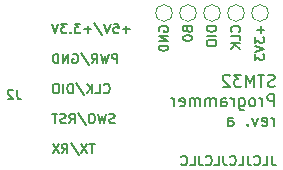
<source format=gbr>
%TF.GenerationSoftware,KiCad,Pcbnew,5.1.9+dfsg1-1*%
%TF.CreationDate,2021-07-11T15:28:01+08:00*%
%TF.ProjectId,stlink,73746c69-6e6b-42e6-9b69-6361645f7063,a*%
%TF.SameCoordinates,Original*%
%TF.FileFunction,Legend,Bot*%
%TF.FilePolarity,Positive*%
%FSLAX46Y46*%
G04 Gerber Fmt 4.6, Leading zero omitted, Abs format (unit mm)*
G04 Created by KiCad (PCBNEW 5.1.9+dfsg1-1) date 2021-07-11 15:28:01*
%MOMM*%
%LPD*%
G01*
G04 APERTURE LIST*
%ADD10C,0.150000*%
%ADD11C,0.120000*%
G04 APERTURE END LIST*
D10*
X122536000Y-85035023D02*
X122497904Y-84958833D01*
X122497904Y-84844547D01*
X122536000Y-84730261D01*
X122612190Y-84654071D01*
X122688380Y-84615976D01*
X122840761Y-84577880D01*
X122955047Y-84577880D01*
X123107428Y-84615976D01*
X123183619Y-84654071D01*
X123259809Y-84730261D01*
X123297904Y-84844547D01*
X123297904Y-84920738D01*
X123259809Y-85035023D01*
X123221714Y-85073119D01*
X122955047Y-85073119D01*
X122955047Y-84920738D01*
X123297904Y-85415976D02*
X122497904Y-85415976D01*
X123297904Y-85873119D01*
X122497904Y-85873119D01*
X123297904Y-86254071D02*
X122497904Y-86254071D01*
X122497904Y-86444547D01*
X122536000Y-86558833D01*
X122612190Y-86635023D01*
X122688380Y-86673119D01*
X122840761Y-86711214D01*
X122955047Y-86711214D01*
X123107428Y-86673119D01*
X123183619Y-86635023D01*
X123259809Y-86558833D01*
X123297904Y-86444547D01*
X123297904Y-86254071D01*
X124910857Y-84882642D02*
X124948952Y-84996928D01*
X124987047Y-85035023D01*
X125063238Y-85073119D01*
X125177523Y-85073119D01*
X125253714Y-85035023D01*
X125291809Y-84996928D01*
X125329904Y-84920738D01*
X125329904Y-84615976D01*
X124529904Y-84615976D01*
X124529904Y-84882642D01*
X124568000Y-84958833D01*
X124606095Y-84996928D01*
X124682285Y-85035023D01*
X124758476Y-85035023D01*
X124834666Y-84996928D01*
X124872761Y-84958833D01*
X124910857Y-84882642D01*
X124910857Y-84615976D01*
X124529904Y-85568357D02*
X124529904Y-85644547D01*
X124568000Y-85720738D01*
X124606095Y-85758833D01*
X124682285Y-85796928D01*
X124834666Y-85835023D01*
X125025142Y-85835023D01*
X125177523Y-85796928D01*
X125253714Y-85758833D01*
X125291809Y-85720738D01*
X125329904Y-85644547D01*
X125329904Y-85568357D01*
X125291809Y-85492166D01*
X125253714Y-85454071D01*
X125177523Y-85415976D01*
X125025142Y-85377880D01*
X124834666Y-85377880D01*
X124682285Y-85415976D01*
X124606095Y-85454071D01*
X124568000Y-85492166D01*
X124529904Y-85568357D01*
X127361904Y-84615976D02*
X126561904Y-84615976D01*
X126561904Y-84806452D01*
X126600000Y-84920738D01*
X126676190Y-84996928D01*
X126752380Y-85035023D01*
X126904761Y-85073119D01*
X127019047Y-85073119D01*
X127171428Y-85035023D01*
X127247619Y-84996928D01*
X127323809Y-84920738D01*
X127361904Y-84806452D01*
X127361904Y-84615976D01*
X127361904Y-85415976D02*
X126561904Y-85415976D01*
X126561904Y-85949309D02*
X126561904Y-86101690D01*
X126600000Y-86177880D01*
X126676190Y-86254071D01*
X126828571Y-86292166D01*
X127095238Y-86292166D01*
X127247619Y-86254071D01*
X127323809Y-86177880D01*
X127361904Y-86101690D01*
X127361904Y-85949309D01*
X127323809Y-85873119D01*
X127247619Y-85796928D01*
X127095238Y-85758833D01*
X126828571Y-85758833D01*
X126676190Y-85796928D01*
X126600000Y-85873119D01*
X126561904Y-85949309D01*
X129317714Y-85073119D02*
X129355809Y-85035023D01*
X129393904Y-84920738D01*
X129393904Y-84844547D01*
X129355809Y-84730261D01*
X129279619Y-84654071D01*
X129203428Y-84615976D01*
X129051047Y-84577880D01*
X128936761Y-84577880D01*
X128784380Y-84615976D01*
X128708190Y-84654071D01*
X128632000Y-84730261D01*
X128593904Y-84844547D01*
X128593904Y-84920738D01*
X128632000Y-85035023D01*
X128670095Y-85073119D01*
X129393904Y-85796928D02*
X129393904Y-85415976D01*
X128593904Y-85415976D01*
X129393904Y-86063595D02*
X128593904Y-86063595D01*
X129393904Y-86520738D02*
X128936761Y-86177880D01*
X128593904Y-86520738D02*
X129051047Y-86063595D01*
X131121142Y-84615976D02*
X131121142Y-85225500D01*
X131425904Y-84920738D02*
X130816380Y-84920738D01*
X130625904Y-85530261D02*
X130625904Y-86025500D01*
X130930666Y-85758833D01*
X130930666Y-85873119D01*
X130968761Y-85949309D01*
X131006857Y-85987404D01*
X131083047Y-86025500D01*
X131273523Y-86025500D01*
X131349714Y-85987404D01*
X131387809Y-85949309D01*
X131425904Y-85873119D01*
X131425904Y-85644547D01*
X131387809Y-85568357D01*
X131349714Y-85530261D01*
X130625904Y-86254071D02*
X131425904Y-86520738D01*
X130625904Y-86787404D01*
X130625904Y-86977880D02*
X130625904Y-87473119D01*
X130930666Y-87206452D01*
X130930666Y-87320738D01*
X130968761Y-87396928D01*
X131006857Y-87435023D01*
X131083047Y-87473119D01*
X131273523Y-87473119D01*
X131349714Y-87435023D01*
X131387809Y-87396928D01*
X131425904Y-87320738D01*
X131425904Y-87092166D01*
X131387809Y-87015976D01*
X131349714Y-86977880D01*
X117076738Y-94557904D02*
X116619595Y-94557904D01*
X116848166Y-95357904D02*
X116848166Y-94557904D01*
X116429119Y-94557904D02*
X115895785Y-95357904D01*
X115895785Y-94557904D02*
X116429119Y-95357904D01*
X115019595Y-94519809D02*
X115705309Y-95548380D01*
X114295785Y-95357904D02*
X114562452Y-94976952D01*
X114752928Y-95357904D02*
X114752928Y-94557904D01*
X114448166Y-94557904D01*
X114371976Y-94596000D01*
X114333880Y-94634095D01*
X114295785Y-94710285D01*
X114295785Y-94824571D01*
X114333880Y-94900761D01*
X114371976Y-94938857D01*
X114448166Y-94976952D01*
X114752928Y-94976952D01*
X114029119Y-94557904D02*
X113495785Y-95357904D01*
X113495785Y-94557904D02*
X114029119Y-95357904D01*
X118752928Y-92779809D02*
X118638642Y-92817904D01*
X118448166Y-92817904D01*
X118371976Y-92779809D01*
X118333880Y-92741714D01*
X118295785Y-92665523D01*
X118295785Y-92589333D01*
X118333880Y-92513142D01*
X118371976Y-92475047D01*
X118448166Y-92436952D01*
X118600547Y-92398857D01*
X118676738Y-92360761D01*
X118714833Y-92322666D01*
X118752928Y-92246476D01*
X118752928Y-92170285D01*
X118714833Y-92094095D01*
X118676738Y-92056000D01*
X118600547Y-92017904D01*
X118410071Y-92017904D01*
X118295785Y-92056000D01*
X118029119Y-92017904D02*
X117838642Y-92817904D01*
X117686261Y-92246476D01*
X117533880Y-92817904D01*
X117343404Y-92017904D01*
X116886261Y-92017904D02*
X116733880Y-92017904D01*
X116657690Y-92056000D01*
X116581500Y-92132190D01*
X116543404Y-92284571D01*
X116543404Y-92551238D01*
X116581500Y-92703619D01*
X116657690Y-92779809D01*
X116733880Y-92817904D01*
X116886261Y-92817904D01*
X116962452Y-92779809D01*
X117038642Y-92703619D01*
X117076738Y-92551238D01*
X117076738Y-92284571D01*
X117038642Y-92132190D01*
X116962452Y-92056000D01*
X116886261Y-92017904D01*
X115629119Y-91979809D02*
X116314833Y-93008380D01*
X114905309Y-92817904D02*
X115171976Y-92436952D01*
X115362452Y-92817904D02*
X115362452Y-92017904D01*
X115057690Y-92017904D01*
X114981500Y-92056000D01*
X114943404Y-92094095D01*
X114905309Y-92170285D01*
X114905309Y-92284571D01*
X114943404Y-92360761D01*
X114981500Y-92398857D01*
X115057690Y-92436952D01*
X115362452Y-92436952D01*
X114600547Y-92779809D02*
X114486261Y-92817904D01*
X114295785Y-92817904D01*
X114219595Y-92779809D01*
X114181500Y-92741714D01*
X114143404Y-92665523D01*
X114143404Y-92589333D01*
X114181500Y-92513142D01*
X114219595Y-92475047D01*
X114295785Y-92436952D01*
X114448166Y-92398857D01*
X114524357Y-92360761D01*
X114562452Y-92322666D01*
X114600547Y-92246476D01*
X114600547Y-92170285D01*
X114562452Y-92094095D01*
X114524357Y-92056000D01*
X114448166Y-92017904D01*
X114257690Y-92017904D01*
X114143404Y-92056000D01*
X113914833Y-92017904D02*
X113457690Y-92017904D01*
X113686261Y-92817904D02*
X113686261Y-92017904D01*
X117838642Y-90201714D02*
X117876738Y-90239809D01*
X117991023Y-90277904D01*
X118067214Y-90277904D01*
X118181500Y-90239809D01*
X118257690Y-90163619D01*
X118295785Y-90087428D01*
X118333880Y-89935047D01*
X118333880Y-89820761D01*
X118295785Y-89668380D01*
X118257690Y-89592190D01*
X118181500Y-89516000D01*
X118067214Y-89477904D01*
X117991023Y-89477904D01*
X117876738Y-89516000D01*
X117838642Y-89554095D01*
X117114833Y-90277904D02*
X117495785Y-90277904D01*
X117495785Y-89477904D01*
X116848166Y-90277904D02*
X116848166Y-89477904D01*
X116391023Y-90277904D02*
X116733880Y-89820761D01*
X116391023Y-89477904D02*
X116848166Y-89935047D01*
X115476738Y-89439809D02*
X116162452Y-90468380D01*
X115210071Y-90277904D02*
X115210071Y-89477904D01*
X115019595Y-89477904D01*
X114905309Y-89516000D01*
X114829119Y-89592190D01*
X114791023Y-89668380D01*
X114752928Y-89820761D01*
X114752928Y-89935047D01*
X114791023Y-90087428D01*
X114829119Y-90163619D01*
X114905309Y-90239809D01*
X115019595Y-90277904D01*
X115210071Y-90277904D01*
X114410071Y-90277904D02*
X114410071Y-89477904D01*
X113876738Y-89477904D02*
X113724357Y-89477904D01*
X113648166Y-89516000D01*
X113571976Y-89592190D01*
X113533880Y-89744571D01*
X113533880Y-90011238D01*
X113571976Y-90163619D01*
X113648166Y-90239809D01*
X113724357Y-90277904D01*
X113876738Y-90277904D01*
X113952928Y-90239809D01*
X114029119Y-90163619D01*
X114067214Y-90011238D01*
X114067214Y-89744571D01*
X114029119Y-89592190D01*
X113952928Y-89516000D01*
X113876738Y-89477904D01*
X118981500Y-87737904D02*
X118981500Y-86937904D01*
X118676738Y-86937904D01*
X118600547Y-86976000D01*
X118562452Y-87014095D01*
X118524357Y-87090285D01*
X118524357Y-87204571D01*
X118562452Y-87280761D01*
X118600547Y-87318857D01*
X118676738Y-87356952D01*
X118981500Y-87356952D01*
X118257690Y-86937904D02*
X118067214Y-87737904D01*
X117914833Y-87166476D01*
X117762452Y-87737904D01*
X117571976Y-86937904D01*
X116810071Y-87737904D02*
X117076738Y-87356952D01*
X117267214Y-87737904D02*
X117267214Y-86937904D01*
X116962452Y-86937904D01*
X116886261Y-86976000D01*
X116848166Y-87014095D01*
X116810071Y-87090285D01*
X116810071Y-87204571D01*
X116848166Y-87280761D01*
X116886261Y-87318857D01*
X116962452Y-87356952D01*
X117267214Y-87356952D01*
X115895785Y-86899809D02*
X116581500Y-87928380D01*
X115210071Y-86976000D02*
X115286261Y-86937904D01*
X115400547Y-86937904D01*
X115514833Y-86976000D01*
X115591023Y-87052190D01*
X115629119Y-87128380D01*
X115667214Y-87280761D01*
X115667214Y-87395047D01*
X115629119Y-87547428D01*
X115591023Y-87623619D01*
X115514833Y-87699809D01*
X115400547Y-87737904D01*
X115324357Y-87737904D01*
X115210071Y-87699809D01*
X115171976Y-87661714D01*
X115171976Y-87395047D01*
X115324357Y-87395047D01*
X114829119Y-87737904D02*
X114829119Y-86937904D01*
X114371976Y-87737904D01*
X114371976Y-86937904D01*
X113991023Y-87737904D02*
X113991023Y-86937904D01*
X113800547Y-86937904D01*
X113686261Y-86976000D01*
X113610071Y-87052190D01*
X113571976Y-87128380D01*
X113533880Y-87280761D01*
X113533880Y-87395047D01*
X113571976Y-87547428D01*
X113610071Y-87623619D01*
X113686261Y-87699809D01*
X113800547Y-87737904D01*
X113991023Y-87737904D01*
X120048166Y-84893142D02*
X119438642Y-84893142D01*
X119743404Y-85197904D02*
X119743404Y-84588380D01*
X118676738Y-84397904D02*
X119057690Y-84397904D01*
X119095785Y-84778857D01*
X119057690Y-84740761D01*
X118981500Y-84702666D01*
X118791023Y-84702666D01*
X118714833Y-84740761D01*
X118676738Y-84778857D01*
X118638642Y-84855047D01*
X118638642Y-85045523D01*
X118676738Y-85121714D01*
X118714833Y-85159809D01*
X118791023Y-85197904D01*
X118981500Y-85197904D01*
X119057690Y-85159809D01*
X119095785Y-85121714D01*
X118410071Y-84397904D02*
X118143404Y-85197904D01*
X117876738Y-84397904D01*
X117038642Y-84359809D02*
X117724357Y-85388380D01*
X116771976Y-84893142D02*
X116162452Y-84893142D01*
X116467214Y-85197904D02*
X116467214Y-84588380D01*
X115857690Y-84397904D02*
X115362452Y-84397904D01*
X115629119Y-84702666D01*
X115514833Y-84702666D01*
X115438642Y-84740761D01*
X115400547Y-84778857D01*
X115362452Y-84855047D01*
X115362452Y-85045523D01*
X115400547Y-85121714D01*
X115438642Y-85159809D01*
X115514833Y-85197904D01*
X115743404Y-85197904D01*
X115819595Y-85159809D01*
X115857690Y-85121714D01*
X115019595Y-85121714D02*
X114981500Y-85159809D01*
X115019595Y-85197904D01*
X115057690Y-85159809D01*
X115019595Y-85121714D01*
X115019595Y-85197904D01*
X114714833Y-84397904D02*
X114219595Y-84397904D01*
X114486261Y-84702666D01*
X114371976Y-84702666D01*
X114295785Y-84740761D01*
X114257690Y-84778857D01*
X114219595Y-84855047D01*
X114219595Y-85045523D01*
X114257690Y-85121714D01*
X114295785Y-85159809D01*
X114371976Y-85197904D01*
X114600547Y-85197904D01*
X114676738Y-85159809D01*
X114714833Y-85121714D01*
X113991023Y-84397904D02*
X113724357Y-85197904D01*
X113457690Y-84397904D01*
X132071452Y-95573904D02*
X132071452Y-96145333D01*
X132109547Y-96259619D01*
X132185738Y-96335809D01*
X132300023Y-96373904D01*
X132376214Y-96373904D01*
X131309547Y-96373904D02*
X131690500Y-96373904D01*
X131690500Y-95573904D01*
X130585738Y-96297714D02*
X130623833Y-96335809D01*
X130738119Y-96373904D01*
X130814309Y-96373904D01*
X130928595Y-96335809D01*
X131004785Y-96259619D01*
X131042880Y-96183428D01*
X131080976Y-96031047D01*
X131080976Y-95916761D01*
X131042880Y-95764380D01*
X131004785Y-95688190D01*
X130928595Y-95612000D01*
X130814309Y-95573904D01*
X130738119Y-95573904D01*
X130623833Y-95612000D01*
X130585738Y-95650095D01*
X130014309Y-95573904D02*
X130014309Y-96145333D01*
X130052404Y-96259619D01*
X130128595Y-96335809D01*
X130242880Y-96373904D01*
X130319071Y-96373904D01*
X129252404Y-96373904D02*
X129633357Y-96373904D01*
X129633357Y-95573904D01*
X128528595Y-96297714D02*
X128566690Y-96335809D01*
X128680976Y-96373904D01*
X128757166Y-96373904D01*
X128871452Y-96335809D01*
X128947642Y-96259619D01*
X128985738Y-96183428D01*
X129023833Y-96031047D01*
X129023833Y-95916761D01*
X128985738Y-95764380D01*
X128947642Y-95688190D01*
X128871452Y-95612000D01*
X128757166Y-95573904D01*
X128680976Y-95573904D01*
X128566690Y-95612000D01*
X128528595Y-95650095D01*
X127957166Y-95573904D02*
X127957166Y-96145333D01*
X127995261Y-96259619D01*
X128071452Y-96335809D01*
X128185738Y-96373904D01*
X128261928Y-96373904D01*
X127195261Y-96373904D02*
X127576214Y-96373904D01*
X127576214Y-95573904D01*
X126471452Y-96297714D02*
X126509547Y-96335809D01*
X126623833Y-96373904D01*
X126700023Y-96373904D01*
X126814309Y-96335809D01*
X126890500Y-96259619D01*
X126928595Y-96183428D01*
X126966690Y-96031047D01*
X126966690Y-95916761D01*
X126928595Y-95764380D01*
X126890500Y-95688190D01*
X126814309Y-95612000D01*
X126700023Y-95573904D01*
X126623833Y-95573904D01*
X126509547Y-95612000D01*
X126471452Y-95650095D01*
X125900023Y-95573904D02*
X125900023Y-96145333D01*
X125938119Y-96259619D01*
X126014309Y-96335809D01*
X126128595Y-96373904D01*
X126204785Y-96373904D01*
X125138119Y-96373904D02*
X125519071Y-96373904D01*
X125519071Y-95573904D01*
X124414309Y-96297714D02*
X124452404Y-96335809D01*
X124566690Y-96373904D01*
X124642880Y-96373904D01*
X124757166Y-96335809D01*
X124833357Y-96259619D01*
X124871452Y-96183428D01*
X124909547Y-96031047D01*
X124909547Y-95916761D01*
X124871452Y-95764380D01*
X124833357Y-95688190D01*
X124757166Y-95612000D01*
X124642880Y-95573904D01*
X124566690Y-95573904D01*
X124452404Y-95612000D01*
X124414309Y-95650095D01*
X132300023Y-89686761D02*
X132157166Y-89734380D01*
X131919071Y-89734380D01*
X131823833Y-89686761D01*
X131776214Y-89639142D01*
X131728595Y-89543904D01*
X131728595Y-89448666D01*
X131776214Y-89353428D01*
X131823833Y-89305809D01*
X131919071Y-89258190D01*
X132109547Y-89210571D01*
X132204785Y-89162952D01*
X132252404Y-89115333D01*
X132300023Y-89020095D01*
X132300023Y-88924857D01*
X132252404Y-88829619D01*
X132204785Y-88782000D01*
X132109547Y-88734380D01*
X131871452Y-88734380D01*
X131728595Y-88782000D01*
X131442880Y-88734380D02*
X130871452Y-88734380D01*
X131157166Y-89734380D02*
X131157166Y-88734380D01*
X130538119Y-89734380D02*
X130538119Y-88734380D01*
X130204785Y-89448666D01*
X129871452Y-88734380D01*
X129871452Y-89734380D01*
X129490500Y-88734380D02*
X128871452Y-88734380D01*
X129204785Y-89115333D01*
X129061928Y-89115333D01*
X128966690Y-89162952D01*
X128919071Y-89210571D01*
X128871452Y-89305809D01*
X128871452Y-89543904D01*
X128919071Y-89639142D01*
X128966690Y-89686761D01*
X129061928Y-89734380D01*
X129347642Y-89734380D01*
X129442880Y-89686761D01*
X129490500Y-89639142D01*
X128490500Y-88829619D02*
X128442880Y-88782000D01*
X128347642Y-88734380D01*
X128109547Y-88734380D01*
X128014309Y-88782000D01*
X127966690Y-88829619D01*
X127919071Y-88924857D01*
X127919071Y-89020095D01*
X127966690Y-89162952D01*
X128538119Y-89734380D01*
X127919071Y-89734380D01*
X132252404Y-91384380D02*
X132252404Y-90384380D01*
X131871452Y-90384380D01*
X131776214Y-90432000D01*
X131728595Y-90479619D01*
X131680976Y-90574857D01*
X131680976Y-90717714D01*
X131728595Y-90812952D01*
X131776214Y-90860571D01*
X131871452Y-90908190D01*
X132252404Y-90908190D01*
X131252404Y-91384380D02*
X131252404Y-90717714D01*
X131252404Y-90908190D02*
X131204785Y-90812952D01*
X131157166Y-90765333D01*
X131061928Y-90717714D01*
X130966690Y-90717714D01*
X130490500Y-91384380D02*
X130585738Y-91336761D01*
X130633357Y-91289142D01*
X130680976Y-91193904D01*
X130680976Y-90908190D01*
X130633357Y-90812952D01*
X130585738Y-90765333D01*
X130490500Y-90717714D01*
X130347642Y-90717714D01*
X130252404Y-90765333D01*
X130204785Y-90812952D01*
X130157166Y-90908190D01*
X130157166Y-91193904D01*
X130204785Y-91289142D01*
X130252404Y-91336761D01*
X130347642Y-91384380D01*
X130490500Y-91384380D01*
X129300023Y-90717714D02*
X129300023Y-91527238D01*
X129347642Y-91622476D01*
X129395261Y-91670095D01*
X129490500Y-91717714D01*
X129633357Y-91717714D01*
X129728595Y-91670095D01*
X129300023Y-91336761D02*
X129395261Y-91384380D01*
X129585738Y-91384380D01*
X129680976Y-91336761D01*
X129728595Y-91289142D01*
X129776214Y-91193904D01*
X129776214Y-90908190D01*
X129728595Y-90812952D01*
X129680976Y-90765333D01*
X129585738Y-90717714D01*
X129395261Y-90717714D01*
X129300023Y-90765333D01*
X128823833Y-91384380D02*
X128823833Y-90717714D01*
X128823833Y-90908190D02*
X128776214Y-90812952D01*
X128728595Y-90765333D01*
X128633357Y-90717714D01*
X128538119Y-90717714D01*
X127776214Y-91384380D02*
X127776214Y-90860571D01*
X127823833Y-90765333D01*
X127919071Y-90717714D01*
X128109547Y-90717714D01*
X128204785Y-90765333D01*
X127776214Y-91336761D02*
X127871452Y-91384380D01*
X128109547Y-91384380D01*
X128204785Y-91336761D01*
X128252404Y-91241523D01*
X128252404Y-91146285D01*
X128204785Y-91051047D01*
X128109547Y-91003428D01*
X127871452Y-91003428D01*
X127776214Y-90955809D01*
X127300023Y-91384380D02*
X127300023Y-90717714D01*
X127300023Y-90812952D02*
X127252404Y-90765333D01*
X127157166Y-90717714D01*
X127014309Y-90717714D01*
X126919071Y-90765333D01*
X126871452Y-90860571D01*
X126871452Y-91384380D01*
X126871452Y-90860571D02*
X126823833Y-90765333D01*
X126728595Y-90717714D01*
X126585738Y-90717714D01*
X126490500Y-90765333D01*
X126442880Y-90860571D01*
X126442880Y-91384380D01*
X125966690Y-91384380D02*
X125966690Y-90717714D01*
X125966690Y-90812952D02*
X125919071Y-90765333D01*
X125823833Y-90717714D01*
X125680976Y-90717714D01*
X125585738Y-90765333D01*
X125538119Y-90860571D01*
X125538119Y-91384380D01*
X125538119Y-90860571D02*
X125490500Y-90765333D01*
X125395261Y-90717714D01*
X125252404Y-90717714D01*
X125157166Y-90765333D01*
X125109547Y-90860571D01*
X125109547Y-91384380D01*
X124252404Y-91336761D02*
X124347642Y-91384380D01*
X124538119Y-91384380D01*
X124633357Y-91336761D01*
X124680976Y-91241523D01*
X124680976Y-90860571D01*
X124633357Y-90765333D01*
X124538119Y-90717714D01*
X124347642Y-90717714D01*
X124252404Y-90765333D01*
X124204785Y-90860571D01*
X124204785Y-90955809D01*
X124680976Y-91051047D01*
X123776214Y-91384380D02*
X123776214Y-90717714D01*
X123776214Y-90908190D02*
X123728595Y-90812952D01*
X123680976Y-90765333D01*
X123585738Y-90717714D01*
X123490500Y-90717714D01*
X132252404Y-93034380D02*
X132252404Y-92367714D01*
X132252404Y-92558190D02*
X132204785Y-92462952D01*
X132157166Y-92415333D01*
X132061928Y-92367714D01*
X131966690Y-92367714D01*
X131252404Y-92986761D02*
X131347642Y-93034380D01*
X131538119Y-93034380D01*
X131633357Y-92986761D01*
X131680976Y-92891523D01*
X131680976Y-92510571D01*
X131633357Y-92415333D01*
X131538119Y-92367714D01*
X131347642Y-92367714D01*
X131252404Y-92415333D01*
X131204785Y-92510571D01*
X131204785Y-92605809D01*
X131680976Y-92701047D01*
X130871452Y-92367714D02*
X130633357Y-93034380D01*
X130395261Y-92367714D01*
X130014309Y-92939142D02*
X129966690Y-92986761D01*
X130014309Y-93034380D01*
X130061928Y-92986761D01*
X130014309Y-92939142D01*
X130014309Y-93034380D01*
X128347642Y-93034380D02*
X128347642Y-92510571D01*
X128395261Y-92415333D01*
X128490500Y-92367714D01*
X128680976Y-92367714D01*
X128776214Y-92415333D01*
X128347642Y-92986761D02*
X128442880Y-93034380D01*
X128680976Y-93034380D01*
X128776214Y-92986761D01*
X128823833Y-92891523D01*
X128823833Y-92796285D01*
X128776214Y-92701047D01*
X128680976Y-92653428D01*
X128442880Y-92653428D01*
X128347642Y-92605809D01*
D11*
%TO.C,TP5*%
X123636000Y-83500000D02*
G75*
G03*
X123636000Y-83500000I-700000J0D01*
G01*
%TO.C,TP4*%
X125668000Y-83500000D02*
G75*
G03*
X125668000Y-83500000I-700000J0D01*
G01*
%TO.C,TP1*%
X131764000Y-83500000D02*
G75*
G03*
X131764000Y-83500000I-700000J0D01*
G01*
%TO.C,TP3*%
X129732000Y-83500000D02*
G75*
G03*
X129732000Y-83500000I-700000J0D01*
G01*
%TO.C,TP2*%
X127700000Y-83500000D02*
G75*
G03*
X127700000Y-83500000I-700000J0D01*
G01*
%TO.C,J2*%
D10*
X110496666Y-89981904D02*
X110496666Y-90553333D01*
X110534761Y-90667619D01*
X110610952Y-90743809D01*
X110725238Y-90781904D01*
X110801428Y-90781904D01*
X110153809Y-90058095D02*
X110115714Y-90020000D01*
X110039523Y-89981904D01*
X109849047Y-89981904D01*
X109772857Y-90020000D01*
X109734761Y-90058095D01*
X109696666Y-90134285D01*
X109696666Y-90210476D01*
X109734761Y-90324761D01*
X110191904Y-90781904D01*
X109696666Y-90781904D01*
%TD*%
M02*

</source>
